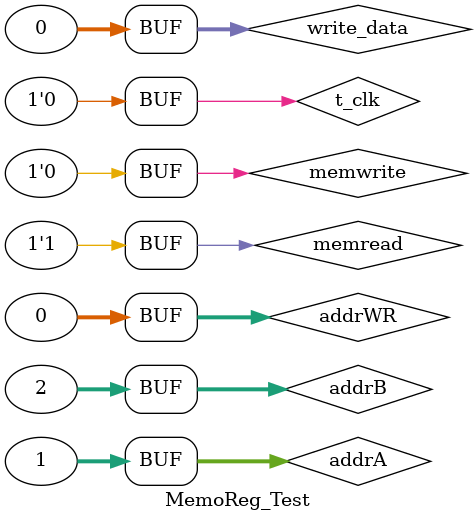
<source format=v>
`timescale 1ns / 1ps


module MemoReg_Test;

	// Inputs
	reg [31:0] addrA;
	reg [31:0] addrB;
	reg [31:0] addrWR;
	reg [31:0] write_data;
	reg memwrite;
	reg memread;
	reg t_clk;

	// Outputs
	wire [31:0] read_dataA;
	wire [31:0] read_dataB;

	// Instantiate the Unit Under Test (UUT)
	MemoriaDeco uut (
		.addrA(addrA), 
		.addrB(addrB), 
		.addrWR(addrWR), 
		.write_data(write_data), 
		.memwrite(memwrite), 
		.memread(memread), 
		.clk(t_clk), 
		.read_dataA(read_dataA), 
		.read_dataB(read_dataB)
	);
	
	always 
		begin 
		t_clk <= 1;
		#50;
		t_clk <= 0;
		#50;
		end


	initial begin
		// Initialize Inputs
		addrA = 0;
		addrB = 0;
		addrWR = 1;
		write_data = 64;
		memwrite = 1;
		memread = 0;
		
		#100
		addrA = 0;
		addrB = 0;
		addrWR = 2;
		write_data = 128;
		memwrite = 1;
		memread = 0;


		// Wait 100 ns for global reset to finish
		#100;
		addrA = 1;
		addrB = 2;
		addrWR = 0;
		write_data = 0;
		memwrite = 0;
		memread = 1;
		
		$monitor("Ra=%d,Rb=%d",read_dataA,read_dataB);
		

        
		  
		// Add stimulus here

	end
      
endmodule

</source>
